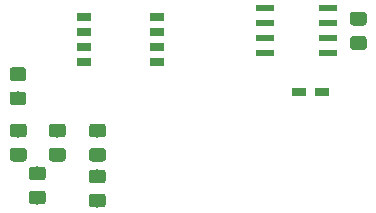
<source format=gbr>
G04 #@! TF.GenerationSoftware,KiCad,Pcbnew,(5.1.4-0-10_14)*
G04 #@! TF.CreationDate,2019-11-14T12:01:29+01:00*
G04 #@! TF.ProjectId,NANO IO,4e414e4f-2049-44f2-9e6b-696361645f70,-*
G04 #@! TF.SameCoordinates,Original*
G04 #@! TF.FileFunction,Paste,Top*
G04 #@! TF.FilePolarity,Positive*
%FSLAX46Y46*%
G04 Gerber Fmt 4.6, Leading zero omitted, Abs format (unit mm)*
G04 Created by KiCad (PCBNEW (5.1.4-0-10_14)) date 2019-11-14 12:01:29*
%MOMM*%
%LPD*%
G04 APERTURE LIST*
%ADD10R,1.200000X0.750000*%
%ADD11R,1.550000X0.600000*%
%ADD12R,1.250000X0.760000*%
%ADD13C,0.100000*%
%ADD14C,1.150000*%
G04 APERTURE END LIST*
D10*
X156271000Y-79502000D03*
X154371000Y-79502000D03*
D11*
X151445000Y-72390000D03*
X151445000Y-73660000D03*
X151445000Y-74930000D03*
X151445000Y-76200000D03*
X156845000Y-76200000D03*
X156845000Y-74930000D03*
X156845000Y-73660000D03*
X156845000Y-72390000D03*
D12*
X136149000Y-73152000D03*
X142299000Y-76962000D03*
X136149000Y-74422000D03*
X142299000Y-75692000D03*
X136149000Y-75692000D03*
X142299000Y-74422000D03*
X136149000Y-76962000D03*
X142299000Y-73152000D03*
D13*
G36*
X159859505Y-72696204D02*
G01*
X159883773Y-72699804D01*
X159907572Y-72705765D01*
X159930671Y-72714030D01*
X159952850Y-72724520D01*
X159973893Y-72737132D01*
X159993599Y-72751747D01*
X160011777Y-72768223D01*
X160028253Y-72786401D01*
X160042868Y-72806107D01*
X160055480Y-72827150D01*
X160065970Y-72849329D01*
X160074235Y-72872428D01*
X160080196Y-72896227D01*
X160083796Y-72920495D01*
X160085000Y-72944999D01*
X160085000Y-73595001D01*
X160083796Y-73619505D01*
X160080196Y-73643773D01*
X160074235Y-73667572D01*
X160065970Y-73690671D01*
X160055480Y-73712850D01*
X160042868Y-73733893D01*
X160028253Y-73753599D01*
X160011777Y-73771777D01*
X159993599Y-73788253D01*
X159973893Y-73802868D01*
X159952850Y-73815480D01*
X159930671Y-73825970D01*
X159907572Y-73834235D01*
X159883773Y-73840196D01*
X159859505Y-73843796D01*
X159835001Y-73845000D01*
X158934999Y-73845000D01*
X158910495Y-73843796D01*
X158886227Y-73840196D01*
X158862428Y-73834235D01*
X158839329Y-73825970D01*
X158817150Y-73815480D01*
X158796107Y-73802868D01*
X158776401Y-73788253D01*
X158758223Y-73771777D01*
X158741747Y-73753599D01*
X158727132Y-73733893D01*
X158714520Y-73712850D01*
X158704030Y-73690671D01*
X158695765Y-73667572D01*
X158689804Y-73643773D01*
X158686204Y-73619505D01*
X158685000Y-73595001D01*
X158685000Y-72944999D01*
X158686204Y-72920495D01*
X158689804Y-72896227D01*
X158695765Y-72872428D01*
X158704030Y-72849329D01*
X158714520Y-72827150D01*
X158727132Y-72806107D01*
X158741747Y-72786401D01*
X158758223Y-72768223D01*
X158776401Y-72751747D01*
X158796107Y-72737132D01*
X158817150Y-72724520D01*
X158839329Y-72714030D01*
X158862428Y-72705765D01*
X158886227Y-72699804D01*
X158910495Y-72696204D01*
X158934999Y-72695000D01*
X159835001Y-72695000D01*
X159859505Y-72696204D01*
X159859505Y-72696204D01*
G37*
D14*
X159385000Y-73270000D03*
D13*
G36*
X159859505Y-74746204D02*
G01*
X159883773Y-74749804D01*
X159907572Y-74755765D01*
X159930671Y-74764030D01*
X159952850Y-74774520D01*
X159973893Y-74787132D01*
X159993599Y-74801747D01*
X160011777Y-74818223D01*
X160028253Y-74836401D01*
X160042868Y-74856107D01*
X160055480Y-74877150D01*
X160065970Y-74899329D01*
X160074235Y-74922428D01*
X160080196Y-74946227D01*
X160083796Y-74970495D01*
X160085000Y-74994999D01*
X160085000Y-75645001D01*
X160083796Y-75669505D01*
X160080196Y-75693773D01*
X160074235Y-75717572D01*
X160065970Y-75740671D01*
X160055480Y-75762850D01*
X160042868Y-75783893D01*
X160028253Y-75803599D01*
X160011777Y-75821777D01*
X159993599Y-75838253D01*
X159973893Y-75852868D01*
X159952850Y-75865480D01*
X159930671Y-75875970D01*
X159907572Y-75884235D01*
X159883773Y-75890196D01*
X159859505Y-75893796D01*
X159835001Y-75895000D01*
X158934999Y-75895000D01*
X158910495Y-75893796D01*
X158886227Y-75890196D01*
X158862428Y-75884235D01*
X158839329Y-75875970D01*
X158817150Y-75865480D01*
X158796107Y-75852868D01*
X158776401Y-75838253D01*
X158758223Y-75821777D01*
X158741747Y-75803599D01*
X158727132Y-75783893D01*
X158714520Y-75762850D01*
X158704030Y-75740671D01*
X158695765Y-75717572D01*
X158689804Y-75693773D01*
X158686204Y-75669505D01*
X158685000Y-75645001D01*
X158685000Y-74994999D01*
X158686204Y-74970495D01*
X158689804Y-74946227D01*
X158695765Y-74922428D01*
X158704030Y-74899329D01*
X158714520Y-74877150D01*
X158727132Y-74856107D01*
X158741747Y-74836401D01*
X158758223Y-74818223D01*
X158776401Y-74801747D01*
X158796107Y-74787132D01*
X158817150Y-74774520D01*
X158839329Y-74764030D01*
X158862428Y-74755765D01*
X158886227Y-74749804D01*
X158910495Y-74746204D01*
X158934999Y-74745000D01*
X159835001Y-74745000D01*
X159859505Y-74746204D01*
X159859505Y-74746204D01*
G37*
D14*
X159385000Y-75320000D03*
D13*
G36*
X131074505Y-84211204D02*
G01*
X131098773Y-84214804D01*
X131122572Y-84220765D01*
X131145671Y-84229030D01*
X131167850Y-84239520D01*
X131188893Y-84252132D01*
X131208599Y-84266747D01*
X131226777Y-84283223D01*
X131243253Y-84301401D01*
X131257868Y-84321107D01*
X131270480Y-84342150D01*
X131280970Y-84364329D01*
X131289235Y-84387428D01*
X131295196Y-84411227D01*
X131298796Y-84435495D01*
X131300000Y-84459999D01*
X131300000Y-85110001D01*
X131298796Y-85134505D01*
X131295196Y-85158773D01*
X131289235Y-85182572D01*
X131280970Y-85205671D01*
X131270480Y-85227850D01*
X131257868Y-85248893D01*
X131243253Y-85268599D01*
X131226777Y-85286777D01*
X131208599Y-85303253D01*
X131188893Y-85317868D01*
X131167850Y-85330480D01*
X131145671Y-85340970D01*
X131122572Y-85349235D01*
X131098773Y-85355196D01*
X131074505Y-85358796D01*
X131050001Y-85360000D01*
X130149999Y-85360000D01*
X130125495Y-85358796D01*
X130101227Y-85355196D01*
X130077428Y-85349235D01*
X130054329Y-85340970D01*
X130032150Y-85330480D01*
X130011107Y-85317868D01*
X129991401Y-85303253D01*
X129973223Y-85286777D01*
X129956747Y-85268599D01*
X129942132Y-85248893D01*
X129929520Y-85227850D01*
X129919030Y-85205671D01*
X129910765Y-85182572D01*
X129904804Y-85158773D01*
X129901204Y-85134505D01*
X129900000Y-85110001D01*
X129900000Y-84459999D01*
X129901204Y-84435495D01*
X129904804Y-84411227D01*
X129910765Y-84387428D01*
X129919030Y-84364329D01*
X129929520Y-84342150D01*
X129942132Y-84321107D01*
X129956747Y-84301401D01*
X129973223Y-84283223D01*
X129991401Y-84266747D01*
X130011107Y-84252132D01*
X130032150Y-84239520D01*
X130054329Y-84229030D01*
X130077428Y-84220765D01*
X130101227Y-84214804D01*
X130125495Y-84211204D01*
X130149999Y-84210000D01*
X131050001Y-84210000D01*
X131074505Y-84211204D01*
X131074505Y-84211204D01*
G37*
D14*
X130600000Y-84785000D03*
D13*
G36*
X131074505Y-82161204D02*
G01*
X131098773Y-82164804D01*
X131122572Y-82170765D01*
X131145671Y-82179030D01*
X131167850Y-82189520D01*
X131188893Y-82202132D01*
X131208599Y-82216747D01*
X131226777Y-82233223D01*
X131243253Y-82251401D01*
X131257868Y-82271107D01*
X131270480Y-82292150D01*
X131280970Y-82314329D01*
X131289235Y-82337428D01*
X131295196Y-82361227D01*
X131298796Y-82385495D01*
X131300000Y-82409999D01*
X131300000Y-83060001D01*
X131298796Y-83084505D01*
X131295196Y-83108773D01*
X131289235Y-83132572D01*
X131280970Y-83155671D01*
X131270480Y-83177850D01*
X131257868Y-83198893D01*
X131243253Y-83218599D01*
X131226777Y-83236777D01*
X131208599Y-83253253D01*
X131188893Y-83267868D01*
X131167850Y-83280480D01*
X131145671Y-83290970D01*
X131122572Y-83299235D01*
X131098773Y-83305196D01*
X131074505Y-83308796D01*
X131050001Y-83310000D01*
X130149999Y-83310000D01*
X130125495Y-83308796D01*
X130101227Y-83305196D01*
X130077428Y-83299235D01*
X130054329Y-83290970D01*
X130032150Y-83280480D01*
X130011107Y-83267868D01*
X129991401Y-83253253D01*
X129973223Y-83236777D01*
X129956747Y-83218599D01*
X129942132Y-83198893D01*
X129929520Y-83177850D01*
X129919030Y-83155671D01*
X129910765Y-83132572D01*
X129904804Y-83108773D01*
X129901204Y-83084505D01*
X129900000Y-83060001D01*
X129900000Y-82409999D01*
X129901204Y-82385495D01*
X129904804Y-82361227D01*
X129910765Y-82337428D01*
X129919030Y-82314329D01*
X129929520Y-82292150D01*
X129942132Y-82271107D01*
X129956747Y-82251401D01*
X129973223Y-82233223D01*
X129991401Y-82216747D01*
X130011107Y-82202132D01*
X130032150Y-82189520D01*
X130054329Y-82179030D01*
X130077428Y-82170765D01*
X130101227Y-82164804D01*
X130125495Y-82161204D01*
X130149999Y-82160000D01*
X131050001Y-82160000D01*
X131074505Y-82161204D01*
X131074505Y-82161204D01*
G37*
D14*
X130600000Y-82735000D03*
D13*
G36*
X134374505Y-82161204D02*
G01*
X134398773Y-82164804D01*
X134422572Y-82170765D01*
X134445671Y-82179030D01*
X134467850Y-82189520D01*
X134488893Y-82202132D01*
X134508599Y-82216747D01*
X134526777Y-82233223D01*
X134543253Y-82251401D01*
X134557868Y-82271107D01*
X134570480Y-82292150D01*
X134580970Y-82314329D01*
X134589235Y-82337428D01*
X134595196Y-82361227D01*
X134598796Y-82385495D01*
X134600000Y-82409999D01*
X134600000Y-83060001D01*
X134598796Y-83084505D01*
X134595196Y-83108773D01*
X134589235Y-83132572D01*
X134580970Y-83155671D01*
X134570480Y-83177850D01*
X134557868Y-83198893D01*
X134543253Y-83218599D01*
X134526777Y-83236777D01*
X134508599Y-83253253D01*
X134488893Y-83267868D01*
X134467850Y-83280480D01*
X134445671Y-83290970D01*
X134422572Y-83299235D01*
X134398773Y-83305196D01*
X134374505Y-83308796D01*
X134350001Y-83310000D01*
X133449999Y-83310000D01*
X133425495Y-83308796D01*
X133401227Y-83305196D01*
X133377428Y-83299235D01*
X133354329Y-83290970D01*
X133332150Y-83280480D01*
X133311107Y-83267868D01*
X133291401Y-83253253D01*
X133273223Y-83236777D01*
X133256747Y-83218599D01*
X133242132Y-83198893D01*
X133229520Y-83177850D01*
X133219030Y-83155671D01*
X133210765Y-83132572D01*
X133204804Y-83108773D01*
X133201204Y-83084505D01*
X133200000Y-83060001D01*
X133200000Y-82409999D01*
X133201204Y-82385495D01*
X133204804Y-82361227D01*
X133210765Y-82337428D01*
X133219030Y-82314329D01*
X133229520Y-82292150D01*
X133242132Y-82271107D01*
X133256747Y-82251401D01*
X133273223Y-82233223D01*
X133291401Y-82216747D01*
X133311107Y-82202132D01*
X133332150Y-82189520D01*
X133354329Y-82179030D01*
X133377428Y-82170765D01*
X133401227Y-82164804D01*
X133425495Y-82161204D01*
X133449999Y-82160000D01*
X134350001Y-82160000D01*
X134374505Y-82161204D01*
X134374505Y-82161204D01*
G37*
D14*
X133900000Y-82735000D03*
D13*
G36*
X134374505Y-84211204D02*
G01*
X134398773Y-84214804D01*
X134422572Y-84220765D01*
X134445671Y-84229030D01*
X134467850Y-84239520D01*
X134488893Y-84252132D01*
X134508599Y-84266747D01*
X134526777Y-84283223D01*
X134543253Y-84301401D01*
X134557868Y-84321107D01*
X134570480Y-84342150D01*
X134580970Y-84364329D01*
X134589235Y-84387428D01*
X134595196Y-84411227D01*
X134598796Y-84435495D01*
X134600000Y-84459999D01*
X134600000Y-85110001D01*
X134598796Y-85134505D01*
X134595196Y-85158773D01*
X134589235Y-85182572D01*
X134580970Y-85205671D01*
X134570480Y-85227850D01*
X134557868Y-85248893D01*
X134543253Y-85268599D01*
X134526777Y-85286777D01*
X134508599Y-85303253D01*
X134488893Y-85317868D01*
X134467850Y-85330480D01*
X134445671Y-85340970D01*
X134422572Y-85349235D01*
X134398773Y-85355196D01*
X134374505Y-85358796D01*
X134350001Y-85360000D01*
X133449999Y-85360000D01*
X133425495Y-85358796D01*
X133401227Y-85355196D01*
X133377428Y-85349235D01*
X133354329Y-85340970D01*
X133332150Y-85330480D01*
X133311107Y-85317868D01*
X133291401Y-85303253D01*
X133273223Y-85286777D01*
X133256747Y-85268599D01*
X133242132Y-85248893D01*
X133229520Y-85227850D01*
X133219030Y-85205671D01*
X133210765Y-85182572D01*
X133204804Y-85158773D01*
X133201204Y-85134505D01*
X133200000Y-85110001D01*
X133200000Y-84459999D01*
X133201204Y-84435495D01*
X133204804Y-84411227D01*
X133210765Y-84387428D01*
X133219030Y-84364329D01*
X133229520Y-84342150D01*
X133242132Y-84321107D01*
X133256747Y-84301401D01*
X133273223Y-84283223D01*
X133291401Y-84266747D01*
X133311107Y-84252132D01*
X133332150Y-84239520D01*
X133354329Y-84229030D01*
X133377428Y-84220765D01*
X133401227Y-84214804D01*
X133425495Y-84211204D01*
X133449999Y-84210000D01*
X134350001Y-84210000D01*
X134374505Y-84211204D01*
X134374505Y-84211204D01*
G37*
D14*
X133900000Y-84785000D03*
D13*
G36*
X137774505Y-84211204D02*
G01*
X137798773Y-84214804D01*
X137822572Y-84220765D01*
X137845671Y-84229030D01*
X137867850Y-84239520D01*
X137888893Y-84252132D01*
X137908599Y-84266747D01*
X137926777Y-84283223D01*
X137943253Y-84301401D01*
X137957868Y-84321107D01*
X137970480Y-84342150D01*
X137980970Y-84364329D01*
X137989235Y-84387428D01*
X137995196Y-84411227D01*
X137998796Y-84435495D01*
X138000000Y-84459999D01*
X138000000Y-85110001D01*
X137998796Y-85134505D01*
X137995196Y-85158773D01*
X137989235Y-85182572D01*
X137980970Y-85205671D01*
X137970480Y-85227850D01*
X137957868Y-85248893D01*
X137943253Y-85268599D01*
X137926777Y-85286777D01*
X137908599Y-85303253D01*
X137888893Y-85317868D01*
X137867850Y-85330480D01*
X137845671Y-85340970D01*
X137822572Y-85349235D01*
X137798773Y-85355196D01*
X137774505Y-85358796D01*
X137750001Y-85360000D01*
X136849999Y-85360000D01*
X136825495Y-85358796D01*
X136801227Y-85355196D01*
X136777428Y-85349235D01*
X136754329Y-85340970D01*
X136732150Y-85330480D01*
X136711107Y-85317868D01*
X136691401Y-85303253D01*
X136673223Y-85286777D01*
X136656747Y-85268599D01*
X136642132Y-85248893D01*
X136629520Y-85227850D01*
X136619030Y-85205671D01*
X136610765Y-85182572D01*
X136604804Y-85158773D01*
X136601204Y-85134505D01*
X136600000Y-85110001D01*
X136600000Y-84459999D01*
X136601204Y-84435495D01*
X136604804Y-84411227D01*
X136610765Y-84387428D01*
X136619030Y-84364329D01*
X136629520Y-84342150D01*
X136642132Y-84321107D01*
X136656747Y-84301401D01*
X136673223Y-84283223D01*
X136691401Y-84266747D01*
X136711107Y-84252132D01*
X136732150Y-84239520D01*
X136754329Y-84229030D01*
X136777428Y-84220765D01*
X136801227Y-84214804D01*
X136825495Y-84211204D01*
X136849999Y-84210000D01*
X137750001Y-84210000D01*
X137774505Y-84211204D01*
X137774505Y-84211204D01*
G37*
D14*
X137300000Y-84785000D03*
D13*
G36*
X137774505Y-82161204D02*
G01*
X137798773Y-82164804D01*
X137822572Y-82170765D01*
X137845671Y-82179030D01*
X137867850Y-82189520D01*
X137888893Y-82202132D01*
X137908599Y-82216747D01*
X137926777Y-82233223D01*
X137943253Y-82251401D01*
X137957868Y-82271107D01*
X137970480Y-82292150D01*
X137980970Y-82314329D01*
X137989235Y-82337428D01*
X137995196Y-82361227D01*
X137998796Y-82385495D01*
X138000000Y-82409999D01*
X138000000Y-83060001D01*
X137998796Y-83084505D01*
X137995196Y-83108773D01*
X137989235Y-83132572D01*
X137980970Y-83155671D01*
X137970480Y-83177850D01*
X137957868Y-83198893D01*
X137943253Y-83218599D01*
X137926777Y-83236777D01*
X137908599Y-83253253D01*
X137888893Y-83267868D01*
X137867850Y-83280480D01*
X137845671Y-83290970D01*
X137822572Y-83299235D01*
X137798773Y-83305196D01*
X137774505Y-83308796D01*
X137750001Y-83310000D01*
X136849999Y-83310000D01*
X136825495Y-83308796D01*
X136801227Y-83305196D01*
X136777428Y-83299235D01*
X136754329Y-83290970D01*
X136732150Y-83280480D01*
X136711107Y-83267868D01*
X136691401Y-83253253D01*
X136673223Y-83236777D01*
X136656747Y-83218599D01*
X136642132Y-83198893D01*
X136629520Y-83177850D01*
X136619030Y-83155671D01*
X136610765Y-83132572D01*
X136604804Y-83108773D01*
X136601204Y-83084505D01*
X136600000Y-83060001D01*
X136600000Y-82409999D01*
X136601204Y-82385495D01*
X136604804Y-82361227D01*
X136610765Y-82337428D01*
X136619030Y-82314329D01*
X136629520Y-82292150D01*
X136642132Y-82271107D01*
X136656747Y-82251401D01*
X136673223Y-82233223D01*
X136691401Y-82216747D01*
X136711107Y-82202132D01*
X136732150Y-82189520D01*
X136754329Y-82179030D01*
X136777428Y-82170765D01*
X136801227Y-82164804D01*
X136825495Y-82161204D01*
X136849999Y-82160000D01*
X137750001Y-82160000D01*
X137774505Y-82161204D01*
X137774505Y-82161204D01*
G37*
D14*
X137300000Y-82735000D03*
D13*
G36*
X131030505Y-77386204D02*
G01*
X131054773Y-77389804D01*
X131078572Y-77395765D01*
X131101671Y-77404030D01*
X131123850Y-77414520D01*
X131144893Y-77427132D01*
X131164599Y-77441747D01*
X131182777Y-77458223D01*
X131199253Y-77476401D01*
X131213868Y-77496107D01*
X131226480Y-77517150D01*
X131236970Y-77539329D01*
X131245235Y-77562428D01*
X131251196Y-77586227D01*
X131254796Y-77610495D01*
X131256000Y-77634999D01*
X131256000Y-78285001D01*
X131254796Y-78309505D01*
X131251196Y-78333773D01*
X131245235Y-78357572D01*
X131236970Y-78380671D01*
X131226480Y-78402850D01*
X131213868Y-78423893D01*
X131199253Y-78443599D01*
X131182777Y-78461777D01*
X131164599Y-78478253D01*
X131144893Y-78492868D01*
X131123850Y-78505480D01*
X131101671Y-78515970D01*
X131078572Y-78524235D01*
X131054773Y-78530196D01*
X131030505Y-78533796D01*
X131006001Y-78535000D01*
X130105999Y-78535000D01*
X130081495Y-78533796D01*
X130057227Y-78530196D01*
X130033428Y-78524235D01*
X130010329Y-78515970D01*
X129988150Y-78505480D01*
X129967107Y-78492868D01*
X129947401Y-78478253D01*
X129929223Y-78461777D01*
X129912747Y-78443599D01*
X129898132Y-78423893D01*
X129885520Y-78402850D01*
X129875030Y-78380671D01*
X129866765Y-78357572D01*
X129860804Y-78333773D01*
X129857204Y-78309505D01*
X129856000Y-78285001D01*
X129856000Y-77634999D01*
X129857204Y-77610495D01*
X129860804Y-77586227D01*
X129866765Y-77562428D01*
X129875030Y-77539329D01*
X129885520Y-77517150D01*
X129898132Y-77496107D01*
X129912747Y-77476401D01*
X129929223Y-77458223D01*
X129947401Y-77441747D01*
X129967107Y-77427132D01*
X129988150Y-77414520D01*
X130010329Y-77404030D01*
X130033428Y-77395765D01*
X130057227Y-77389804D01*
X130081495Y-77386204D01*
X130105999Y-77385000D01*
X131006001Y-77385000D01*
X131030505Y-77386204D01*
X131030505Y-77386204D01*
G37*
D14*
X130556000Y-77960000D03*
D13*
G36*
X131030505Y-79436204D02*
G01*
X131054773Y-79439804D01*
X131078572Y-79445765D01*
X131101671Y-79454030D01*
X131123850Y-79464520D01*
X131144893Y-79477132D01*
X131164599Y-79491747D01*
X131182777Y-79508223D01*
X131199253Y-79526401D01*
X131213868Y-79546107D01*
X131226480Y-79567150D01*
X131236970Y-79589329D01*
X131245235Y-79612428D01*
X131251196Y-79636227D01*
X131254796Y-79660495D01*
X131256000Y-79684999D01*
X131256000Y-80335001D01*
X131254796Y-80359505D01*
X131251196Y-80383773D01*
X131245235Y-80407572D01*
X131236970Y-80430671D01*
X131226480Y-80452850D01*
X131213868Y-80473893D01*
X131199253Y-80493599D01*
X131182777Y-80511777D01*
X131164599Y-80528253D01*
X131144893Y-80542868D01*
X131123850Y-80555480D01*
X131101671Y-80565970D01*
X131078572Y-80574235D01*
X131054773Y-80580196D01*
X131030505Y-80583796D01*
X131006001Y-80585000D01*
X130105999Y-80585000D01*
X130081495Y-80583796D01*
X130057227Y-80580196D01*
X130033428Y-80574235D01*
X130010329Y-80565970D01*
X129988150Y-80555480D01*
X129967107Y-80542868D01*
X129947401Y-80528253D01*
X129929223Y-80511777D01*
X129912747Y-80493599D01*
X129898132Y-80473893D01*
X129885520Y-80452850D01*
X129875030Y-80430671D01*
X129866765Y-80407572D01*
X129860804Y-80383773D01*
X129857204Y-80359505D01*
X129856000Y-80335001D01*
X129856000Y-79684999D01*
X129857204Y-79660495D01*
X129860804Y-79636227D01*
X129866765Y-79612428D01*
X129875030Y-79589329D01*
X129885520Y-79567150D01*
X129898132Y-79546107D01*
X129912747Y-79526401D01*
X129929223Y-79508223D01*
X129947401Y-79491747D01*
X129967107Y-79477132D01*
X129988150Y-79464520D01*
X130010329Y-79454030D01*
X130033428Y-79445765D01*
X130057227Y-79439804D01*
X130081495Y-79436204D01*
X130105999Y-79435000D01*
X131006001Y-79435000D01*
X131030505Y-79436204D01*
X131030505Y-79436204D01*
G37*
D14*
X130556000Y-80010000D03*
D13*
G36*
X132681505Y-85786204D02*
G01*
X132705773Y-85789804D01*
X132729572Y-85795765D01*
X132752671Y-85804030D01*
X132774850Y-85814520D01*
X132795893Y-85827132D01*
X132815599Y-85841747D01*
X132833777Y-85858223D01*
X132850253Y-85876401D01*
X132864868Y-85896107D01*
X132877480Y-85917150D01*
X132887970Y-85939329D01*
X132896235Y-85962428D01*
X132902196Y-85986227D01*
X132905796Y-86010495D01*
X132907000Y-86034999D01*
X132907000Y-86685001D01*
X132905796Y-86709505D01*
X132902196Y-86733773D01*
X132896235Y-86757572D01*
X132887970Y-86780671D01*
X132877480Y-86802850D01*
X132864868Y-86823893D01*
X132850253Y-86843599D01*
X132833777Y-86861777D01*
X132815599Y-86878253D01*
X132795893Y-86892868D01*
X132774850Y-86905480D01*
X132752671Y-86915970D01*
X132729572Y-86924235D01*
X132705773Y-86930196D01*
X132681505Y-86933796D01*
X132657001Y-86935000D01*
X131756999Y-86935000D01*
X131732495Y-86933796D01*
X131708227Y-86930196D01*
X131684428Y-86924235D01*
X131661329Y-86915970D01*
X131639150Y-86905480D01*
X131618107Y-86892868D01*
X131598401Y-86878253D01*
X131580223Y-86861777D01*
X131563747Y-86843599D01*
X131549132Y-86823893D01*
X131536520Y-86802850D01*
X131526030Y-86780671D01*
X131517765Y-86757572D01*
X131511804Y-86733773D01*
X131508204Y-86709505D01*
X131507000Y-86685001D01*
X131507000Y-86034999D01*
X131508204Y-86010495D01*
X131511804Y-85986227D01*
X131517765Y-85962428D01*
X131526030Y-85939329D01*
X131536520Y-85917150D01*
X131549132Y-85896107D01*
X131563747Y-85876401D01*
X131580223Y-85858223D01*
X131598401Y-85841747D01*
X131618107Y-85827132D01*
X131639150Y-85814520D01*
X131661329Y-85804030D01*
X131684428Y-85795765D01*
X131708227Y-85789804D01*
X131732495Y-85786204D01*
X131756999Y-85785000D01*
X132657001Y-85785000D01*
X132681505Y-85786204D01*
X132681505Y-85786204D01*
G37*
D14*
X132207000Y-86360000D03*
D13*
G36*
X132681505Y-87836204D02*
G01*
X132705773Y-87839804D01*
X132729572Y-87845765D01*
X132752671Y-87854030D01*
X132774850Y-87864520D01*
X132795893Y-87877132D01*
X132815599Y-87891747D01*
X132833777Y-87908223D01*
X132850253Y-87926401D01*
X132864868Y-87946107D01*
X132877480Y-87967150D01*
X132887970Y-87989329D01*
X132896235Y-88012428D01*
X132902196Y-88036227D01*
X132905796Y-88060495D01*
X132907000Y-88084999D01*
X132907000Y-88735001D01*
X132905796Y-88759505D01*
X132902196Y-88783773D01*
X132896235Y-88807572D01*
X132887970Y-88830671D01*
X132877480Y-88852850D01*
X132864868Y-88873893D01*
X132850253Y-88893599D01*
X132833777Y-88911777D01*
X132815599Y-88928253D01*
X132795893Y-88942868D01*
X132774850Y-88955480D01*
X132752671Y-88965970D01*
X132729572Y-88974235D01*
X132705773Y-88980196D01*
X132681505Y-88983796D01*
X132657001Y-88985000D01*
X131756999Y-88985000D01*
X131732495Y-88983796D01*
X131708227Y-88980196D01*
X131684428Y-88974235D01*
X131661329Y-88965970D01*
X131639150Y-88955480D01*
X131618107Y-88942868D01*
X131598401Y-88928253D01*
X131580223Y-88911777D01*
X131563747Y-88893599D01*
X131549132Y-88873893D01*
X131536520Y-88852850D01*
X131526030Y-88830671D01*
X131517765Y-88807572D01*
X131511804Y-88783773D01*
X131508204Y-88759505D01*
X131507000Y-88735001D01*
X131507000Y-88084999D01*
X131508204Y-88060495D01*
X131511804Y-88036227D01*
X131517765Y-88012428D01*
X131526030Y-87989329D01*
X131536520Y-87967150D01*
X131549132Y-87946107D01*
X131563747Y-87926401D01*
X131580223Y-87908223D01*
X131598401Y-87891747D01*
X131618107Y-87877132D01*
X131639150Y-87864520D01*
X131661329Y-87854030D01*
X131684428Y-87845765D01*
X131708227Y-87839804D01*
X131732495Y-87836204D01*
X131756999Y-87835000D01*
X132657001Y-87835000D01*
X132681505Y-87836204D01*
X132681505Y-87836204D01*
G37*
D14*
X132207000Y-88410000D03*
D13*
G36*
X137761505Y-88090204D02*
G01*
X137785773Y-88093804D01*
X137809572Y-88099765D01*
X137832671Y-88108030D01*
X137854850Y-88118520D01*
X137875893Y-88131132D01*
X137895599Y-88145747D01*
X137913777Y-88162223D01*
X137930253Y-88180401D01*
X137944868Y-88200107D01*
X137957480Y-88221150D01*
X137967970Y-88243329D01*
X137976235Y-88266428D01*
X137982196Y-88290227D01*
X137985796Y-88314495D01*
X137987000Y-88338999D01*
X137987000Y-88989001D01*
X137985796Y-89013505D01*
X137982196Y-89037773D01*
X137976235Y-89061572D01*
X137967970Y-89084671D01*
X137957480Y-89106850D01*
X137944868Y-89127893D01*
X137930253Y-89147599D01*
X137913777Y-89165777D01*
X137895599Y-89182253D01*
X137875893Y-89196868D01*
X137854850Y-89209480D01*
X137832671Y-89219970D01*
X137809572Y-89228235D01*
X137785773Y-89234196D01*
X137761505Y-89237796D01*
X137737001Y-89239000D01*
X136836999Y-89239000D01*
X136812495Y-89237796D01*
X136788227Y-89234196D01*
X136764428Y-89228235D01*
X136741329Y-89219970D01*
X136719150Y-89209480D01*
X136698107Y-89196868D01*
X136678401Y-89182253D01*
X136660223Y-89165777D01*
X136643747Y-89147599D01*
X136629132Y-89127893D01*
X136616520Y-89106850D01*
X136606030Y-89084671D01*
X136597765Y-89061572D01*
X136591804Y-89037773D01*
X136588204Y-89013505D01*
X136587000Y-88989001D01*
X136587000Y-88338999D01*
X136588204Y-88314495D01*
X136591804Y-88290227D01*
X136597765Y-88266428D01*
X136606030Y-88243329D01*
X136616520Y-88221150D01*
X136629132Y-88200107D01*
X136643747Y-88180401D01*
X136660223Y-88162223D01*
X136678401Y-88145747D01*
X136698107Y-88131132D01*
X136719150Y-88118520D01*
X136741329Y-88108030D01*
X136764428Y-88099765D01*
X136788227Y-88093804D01*
X136812495Y-88090204D01*
X136836999Y-88089000D01*
X137737001Y-88089000D01*
X137761505Y-88090204D01*
X137761505Y-88090204D01*
G37*
D14*
X137287000Y-88664000D03*
D13*
G36*
X137761505Y-86040204D02*
G01*
X137785773Y-86043804D01*
X137809572Y-86049765D01*
X137832671Y-86058030D01*
X137854850Y-86068520D01*
X137875893Y-86081132D01*
X137895599Y-86095747D01*
X137913777Y-86112223D01*
X137930253Y-86130401D01*
X137944868Y-86150107D01*
X137957480Y-86171150D01*
X137967970Y-86193329D01*
X137976235Y-86216428D01*
X137982196Y-86240227D01*
X137985796Y-86264495D01*
X137987000Y-86288999D01*
X137987000Y-86939001D01*
X137985796Y-86963505D01*
X137982196Y-86987773D01*
X137976235Y-87011572D01*
X137967970Y-87034671D01*
X137957480Y-87056850D01*
X137944868Y-87077893D01*
X137930253Y-87097599D01*
X137913777Y-87115777D01*
X137895599Y-87132253D01*
X137875893Y-87146868D01*
X137854850Y-87159480D01*
X137832671Y-87169970D01*
X137809572Y-87178235D01*
X137785773Y-87184196D01*
X137761505Y-87187796D01*
X137737001Y-87189000D01*
X136836999Y-87189000D01*
X136812495Y-87187796D01*
X136788227Y-87184196D01*
X136764428Y-87178235D01*
X136741329Y-87169970D01*
X136719150Y-87159480D01*
X136698107Y-87146868D01*
X136678401Y-87132253D01*
X136660223Y-87115777D01*
X136643747Y-87097599D01*
X136629132Y-87077893D01*
X136616520Y-87056850D01*
X136606030Y-87034671D01*
X136597765Y-87011572D01*
X136591804Y-86987773D01*
X136588204Y-86963505D01*
X136587000Y-86939001D01*
X136587000Y-86288999D01*
X136588204Y-86264495D01*
X136591804Y-86240227D01*
X136597765Y-86216428D01*
X136606030Y-86193329D01*
X136616520Y-86171150D01*
X136629132Y-86150107D01*
X136643747Y-86130401D01*
X136660223Y-86112223D01*
X136678401Y-86095747D01*
X136698107Y-86081132D01*
X136719150Y-86068520D01*
X136741329Y-86058030D01*
X136764428Y-86049765D01*
X136788227Y-86043804D01*
X136812495Y-86040204D01*
X136836999Y-86039000D01*
X137737001Y-86039000D01*
X137761505Y-86040204D01*
X137761505Y-86040204D01*
G37*
D14*
X137287000Y-86614000D03*
M02*

</source>
